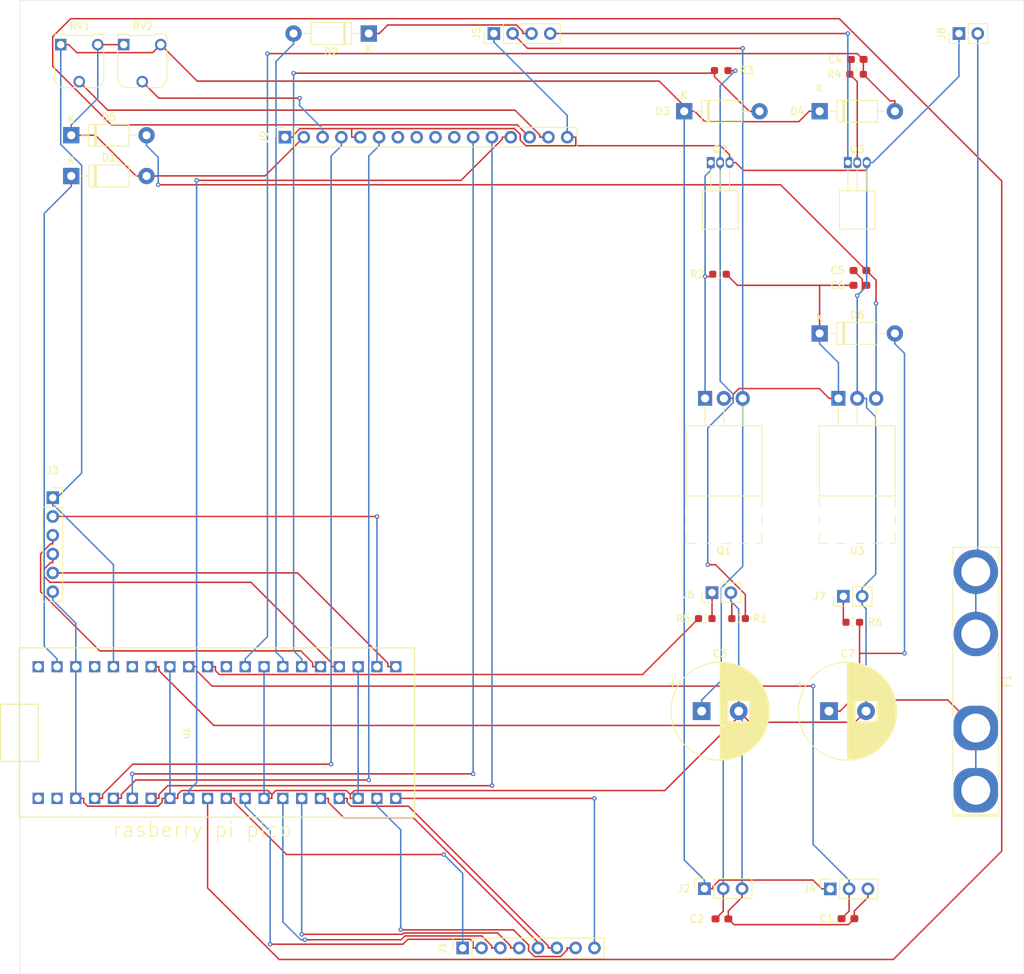
<source format=kicad_pcb>
(kicad_pcb (version 20240108) (generator "pcbnew") (generator_version "8.0")
  (layers (0 "F.Cu" signal) (31 "B.Cu" signal) (34 "B.Paste" user) (35 "F.Paste" user) (36 "B.SilkS" user "B.Silkscreen") (37 "F.SilkS" user "F.Silkscreen") (38 "B.Mask" user) (39 "F.Mask" user) (44 "Edge.Cuts" user))
  (net 0 "")
  (net 1 "/GP27")
  (net 2 "GND")
  (net 3 "/GP28")
  (net 4 "/MOTOR_12V")
  (net 5 "/PWM_OUT")
  (net 6 "Net-(Q3-B)")
  (net 7 "Net-(D5-A)")
  (net 8 "/L7805_V_IN")
  (net 9 "Net-(D6-A)")
  (net 10 "/LCD.VDD")
  (net 11 "/VSYS")
  (net 12 "/MOTOR_TACH")
  (net 13 "/TACHOMETER_IN")
  (net 14 "/MOTOR_EN")
  (net 15 "+3.3V")
  (net 16 "Net-(J8-Pin_2)")
  (net 17 "/KEYPAD_0")
  (net 18 "/KEYPAD_6")
  (net 19 "/KEYPAD_5")
  (net 20 "/KEYPAD_4")
  (net 21 "/KEYPAD_3")
  (net 22 "/KEYPAD_2")
  (net 23 "/KEYPAD_7")
  (net 24 "/KEYPAD_1")
  (net 25 "/SD.CLK")
  (net 26 "/SD.MISO")
  (net 27 "/SD.CS")
  (net 28 "/SD.MOSI")
  (net 29 "/MOTOR_PMW")
  (net 30 "Net-(J6-Pin_1)")
  (net 31 "Net-(J7-Pin_1)")
  (net 32 "Net-(Q1-G)")
  (net 33 "Net-(Q2-B)")
  (net 34 "/GP26")
  (net 35 "/LCD.A")
  (net 36 "/LCD.VO")
  (net 37 "/LCD.D5")
  (net 38 "/LCD.D4")
  (net 39 "/LCD.RS")
  (net 44 "/LCD.D7")
  (net 45 "/LCD.D6")
  (net 46 "/LCD.E")
  (footprint "Potentiometer_THT:Potentiometer_Runtron_RM-065_Vertical" (layer "F.Cu") (at 74.5 40)
    (property "Reference" "RV2")
    (property "Value" "10k")
  )
  (footprint "Connector_PinHeader_2.54mm:PinHeader_1x02_P2.54mm_Vertical" (layer "F.Cu") (at 153.9 114 90)
    (property "Reference" "J6")
    (property "Value" "LED1")
  )
  (footprint "Resistor_SMD:R_0603_1608Metric_Pad0.98x0.95mm_HandSolder" (layer "F.Cu") (at 152.9875 117.5)
    (property "Reference" "R5")
    (property "Value" "10k")
  )
  (footprint "Capacitor_SMD:C_0603_1608Metric_Pad1.08x0.95mm_HandSolder" (layer "F.Cu") (at 173.5 42)
    (property "Reference" "C4")
    (property "Value" "0.1uF")
  )
  (footprint "Diode_THT:D_DO-41_SOD81_P10.16mm_Horizontal" (layer "F.Cu") (at 67.42 57.74)
    (property "Reference" "D1")
    (property "Value" "1N4005")
  )
  (footprint "Connector_PinSocket_2.54mm:PinSocket_1x03_P2.54mm_Vertical" (layer "F.Cu") (at 169.86 154 90)
    (property "Reference" "J4")
    (property "Value" "POT_PIN27")
  )
  (footprint "Resistor_SMD:R_0603_1608Metric_Pad0.98x0.95mm_HandSolder" (layer "F.Cu") (at 172.9 118 180)
    (property "Reference" "R6")
    (property "Value" "68k")
  )
  (footprint "Connector_PinSocket_2.54mm:PinSocket_1x03_P2.54mm_Vertical" (layer "F.Cu") (at 152.875 153.975 90)
    (property "Reference" "J2")
    (property "Value" "POT_PIN28")
  )
  (footprint "Diode_THT:D_DO-41_SOD81_P10.16mm_Horizontal" (layer "F.Cu") (at 168.42 49)
    (property "Reference" "D4")
    (property "Value" "1N4005")
  )
  (footprint "Capacitor_THT:CP_Radial_D13.0mm_P5.00mm" (layer "F.Cu") (at 169.6848 130)
    (property "Reference" "C7")
    (property "Value" "100uF")
  )
  (footprint "Package_TO_SOT_THT:TO-220-3_Horizontal_TabUp" (layer "F.Cu") (at 152.96 87.77)
    (property "Reference" "Q1")
    (property "Value" "IRF9540N")
  )
  (footprint "Diode_THT:D_DO-41_SOD81_P10.16mm_Horizontal" (layer "F.Cu") (at 67.42 52.24)
    (property "Reference" "D5")
    (property "Value" "1N4005")
  )
  (footprint "Resistor_SMD:R_0603_1608Metric_Pad0.98x0.95mm_HandSolder" (layer "F.Cu") (at 157.4875 117.5 180)
    (property "Reference" "R1")
    (property "Value" "10k")
  )
  (footprint "Package_TO_SOT_THT:TO-92_Inline_Horizontal1" (layer "F.Cu") (at 172.23 55.93)
    (property "Reference" "Q3")
    (property "Value" "BC547")
  )
  (footprint "Connector_PinSocket_2.54mm:PinSocket_1x08_P2.54mm_Vertical" (layer "F.Cu") (at 120.25 161.975 90)
    (property "Reference" "J1")
    (property "Value" "KEYPAD")
  )
  (footprint "Diode_THT:D_DO-41_SOD81_P10.16mm_Horizontal" (layer "F.Cu") (at 150.15 49)
    (property "Reference" "D3")
    (property "Value" "1N4005")
  )
  (footprint "Resistor_SMD:R_0603_1608Metric_Pad0.98x0.95mm_HandSolder" (layer "F.Cu") (at 154.9125 71)
    (property "Reference" "R2")
    (property "Value" "10k")
  )
  (footprint "Resistor_SMD:R_0603_1608Metric_Pad0.98x0.95mm_HandSolder" (layer "F.Cu") (at 173.4125 44)
    (property "Reference" "R4")
    (property "Value" "6k")
  )
  (footprint "Capacitor_THT:CP_Radial_D13.0mm_P5.00mm" (layer "F.Cu") (at 152.5 130)
    (property "Reference" "C3")
    (property "Value" "50uF")
  )
  (footprint "Diode_THT:D_DO-41_SOD81_P10.16mm_Horizontal" (layer "F.Cu") (at 168.42 79)
    (property "Reference" "D6")
    (property "Value" "1N5819")
  )
  (footprint "Resistor_SMD:R_0603_1608Metric_Pad0.98x0.95mm_HandSolder" (layer "F.Cu") (at 155.1425 43.5 180)
    (property "Reference" "R3")
    (property "Value" "1k")
  )
  (footprint "Capacitor_SMD:C_0603_1608Metric_Pad1.08x0.95mm_HandSolder" (layer "F.Cu") (at 173.8625 70.5 180)
    (property "Reference" "C5")
    (property "Value" "0.1uF")
  )
  (footprint "Diode_THT:D_DO-41_SOD81_P10.16mm_Horizontal" (layer "F.Cu") (at 107.58 38.5 180)
    (property "Reference" "D2")
    (property "Value" "1N4005")
  )
  (footprint "Connector_PinSocket_2.54mm:PinSocket_1x16_P2.54mm_Vertical" (layer "F.Cu") (at 96.26 52.5 90)
    (property "Reference" "J9")
    (property "Value" "LCD")
  )
  (footprint "Potentiometer_THT:Potentiometer_Runtron_RM-065_Vertical" (layer "F.Cu") (at 66 40)
    (property "Reference" "RV1")
    (property "Value" "10k")
  )
  (footprint "Package_TO_SOT_THT:TO-220-3_Horizontal_TabUp" (layer "F.Cu") (at 170.96 87.77)
    (property "Reference" "U3")
    (property "Value" "L7805")
  )
  (footprint "Connector_PinHeader_2.54mm:PinHeader_1x02_P2.54mm_Vertical" (layer "F.Cu") (at 171.625 114.5 90)
    (property "Reference" "J7")
    (property "Value" "LED2")
  )
  (footprint "Connector_PinHeader_2.54mm:PinHeader_1x02_P2.54mm_Vertical" (layer "F.Cu") (at 187.225 38.5 90)
    (property "Reference" "J8")
    (property "Value" "12V_DC")
  )
  (footprint "Capacitor_SMD:C_0603_1608Metric_Pad1.08x0.95mm_HandSolder" (layer "F.Cu") (at 155.2375 158.055)
    (property "Reference" "C2")
    (property "Value" "0.1uF")
  )
  (footprint "Connector_PinHeader_2.54mm:PinHeader_1x04_P2.54mm_Vertical" (layer "F.Cu") (at 124.45 38.5 90)
    (property "Reference" "J5")
    (property "Value" "MOTOR")
  )
  (footprint "Package_TO_SOT_THT:TO-92_Inline_Horizontal1" (layer "F.Cu") (at 153.73 55.93)
    (property "Reference" "Q2")
    (property "Value" "2N2222A")
  )
  (footprint "Connector_PinSocket_2.54mm:PinSocket_1x06_P2.54mm_Vertical" (layer "F.Cu") (at 64.925 101.175)
    (property "Reference" "J3")
    (property "Value" "SDCARD")
  )
  (footprint "Capacitor_SMD:C_0603_1608Metric_Pad1.08x0.95mm_HandSolder" (layer "F.Cu") (at 173.8625 72.5 180)
    (property "Reference" "C6")
    (property "Value" "0.33uF")
  )
  (footprint "rpi_pico:RPI_PICO" (layer "F.Cu") (at 85.82 132.89 90)
    (property "Reference" "U1")
    (property "Value" "RASPBERRY_PI_PICO")
  )
  (footprint "Capacitor_SMD:C_0603_1608Metric_Pad1.08x0.95mm_HandSolder" (layer "F.Cu") (at 172.2475 158.025)
    (property "Reference" "C1")
    (property "Value" "0.1uF")
  )
  (footprint "Fuse:Fuseholder_Keystone_3555-2" (layer "F.Cu") (at 189.5 140.6825 90)
    (property "Reference" "F1")
    (property "Value" "Fuse")
  )
  (gr_rect (start 60.5 34) (end 196 165.5) (stroke (width 0.05)) (fill none) (layer "Edge.Cuts"))
  (segment (start 84.3357 124.5278) (end 86.4291 126.6212) (width 0.2) (layer "F.Cu") (net 1))
  (segment (start 172.4 157.01) (end 172.4 154) (width 0.2) (layer "F.Cu") (net 1))
  (segment (start 84.3357 124) (end 84.3357 124.5278) (width 0.2) (layer "F.Cu") (net 1))
  (segment (start 83.28 124) (end 84.3357 124) (width 0.2) (layer "F.Cu") (net 1))
  (segment (start 171.385 158.025) (end 172.4 157.01) (width 0.2) (layer "F.Cu") (net 1))
  (segment (start 86.4291 126.6212) (end 167.5424 126.6212) (width 0.2) (layer "F.Cu") (net 1))
  (via (at 167.5424 126.6212) (size 0.6) (drill 0.3) (layers "F.Cu" "B.Cu") (net 1))
  (segment (start 172.4 154) (end 172.4 152.8483) (width 0.2) (layer "B.Cu") (net 1))
  (segment (start 172.4 152.8483) (end 167.5424 147.9907) (width 0.2) (layer "B.Cu") (net 1))
  (segment (start 167.5424 147.9907) (end 167.5424 126.6212) (width 0.2) (layer "B.Cu") (net 1))
  (segment (start 79.1565 142.8357) (end 79.6843 142.3079) (width 0.2) (layer "F.Cu") (net 2))
  (segment (start 156.27 54.8783) (end 155.0434 53.6517) (width 0.2) (layer "F.Cu") (net 2))
  (segment (start 156.27 55.93) (end 157.0967 55.93) (width 0.2) (layer "F.Cu") (net 2))
  (segment (start 105.0843 141.2521) (end 104.5565 140.7243) (width 0.2) (layer "F.Cu") (net 2))
  (segment (start 96.26 52.5) (end 97.4117 52.5) (width 0.2) (layer "F.Cu") (net 2))
  (segment (start 156.1 156.9817) (end 156.1 158.055) (width 0.2) (layer "F.Cu") (net 2))
  (segment (start 82.3235 140.7243) (end 81.7957 141.2521) (width 0.2) (layer "F.Cu") (net 2))
  (segment (start 80.74 141.78) (end 79.6843 141.78) (width 0.2) (layer "F.Cu") (net 2))
  (segment (start 95.0235 140.7243) (end 94.4957 141.2521) (width 0.2) (layer "F.Cu") (net 2))
  (segment (start 157.955 155.1267) (end 156.1 156.9817) (width 0.2) (layer "F.Cu") (net 2))
  (segment (start 156.575 115.2867) (end 156.44 115.1517) (width 0.2) (layer "F.Cu") (net 2))
  (segment (start 156.575 117.5) (end 156.575 115.2867) (width 0.2) (layer "F.Cu") (net 2))
  (segment (start 68.04 141.78) (end 69.0957 141.78) (width 0.2) (layer "F.Cu") (net 2))
  (segment (start 94.4957 141.2521) (end 94.4957 141.78) (width 0.2) (layer "F.Cu") (net 2))
  (segment (start 97.4117 52.212) (end 97.4117 52.5) (width 0.2) (layer "F.Cu") (net 2))
  (segment (start 94.4957 141.2521) (end 93.9679 140.7243) (width 0.2) (layer "F.Cu") (net 2))
  (segment (start 173 70.5) (end 174.1817 71.6817) (width 0.2) (layer "F.Cu") (net 2))
  (segment (start 156.8758 158.8308) (end 156.1 158.055) (width 0.2) (layer "F.Cu") (net 2))
  (segment (start 173.1831 131.5017) (end 159.0017 131.5017) (width 0.2) (layer "F.Cu") (net 2))
  (segment (start 174.1817 72.5) (end 174.1817 73.2104) (width 0.2) (layer "F.Cu") (net 2))
  (segment (start 157.955 153.975) (end 157.955 155.1267) (width 0.2) (layer "F.Cu") (net 2))
  (segment (start 156.44 114) (end 156.44 115.1517) (width 0.2) (layer "F.Cu") (net 2))
  (segment (start 105.0843 141.78) (end 105.0843 141.2521) (width 0.2) (layer "F.Cu") (net 2))
  (segment (start 105.6121 140.7243) (end 105.0843 141.2521) (width 0.2) (layer "F.Cu") (net 2))
  (segment (start 106.14 141.78) (end 105.0843 141.78) (width 0.2) (layer "F.Cu") (net 2))
  (segment (start 147.5265 140.7243) (end 105.6121 140.7243) (width 0.2) (layer "F.Cu") (net 2))
  (segment (start 128.01 52.8941) (end 128.01 52.122) (width 0.2) (layer "F.Cu") (net 2))
  (segment (start 81.7957 141.2521) (end 81.7957 141.78) (width 0.2) (layer "F.Cu") (net 2))
  (segment (start 93.44 141.78) (end 94.4957 141.78) (width 0.2) (layer "F.Cu") (net 2))
  (segment (start 158.1484 56.9817) (end 157.0967 55.93) (width 0.2) (layer "F.Cu") (net 2))
  (segment (start 105.8442 52.5) (end 105.2683 52.5) (width 0.2) (layer "F.Cu") (net 2))
  (segment (start 69.0957 141.78) (end 69.0957 142.3079) (width 0.2) (layer "F.Cu") (net 2))
  (segment (start 174.94 154) (end 174.94 155.1517) (width 0.2) (layer "F.Cu") (net 2))
  (segment (start 172.3042 158.8308) (end 156.8758 158.8308) (width 0.2) (layer "F.Cu") (net 2))
  (segment (start 157.8754 130.3754) (end 157.5 130) (width 0.2) (layer "F.Cu") (net 2))
  (segment (start 128.7676 53.6517) (end 128.01 52.8941) (width 0.2) (layer "F.Cu") (net 2))
  (segment (start 174.77 56.9817) (end 158.1484 56.9817) (width 0.2) (layer "F.Cu") (net 2))
  (segment (start 173.11 156.9817) (end 173.11 158.025) (width 0.2) (layer "F.Cu") (net 2))
  (segment (start 93.9679 140.7243) (end 82.3235 140.7243) (width 0.2) (layer "F.Cu") (net 2))
  (segment (start 106.42 52.5) (end 106.1188 52.5) (width 0.2) (layer "F.Cu") (net 2))
  (segment (start 105.2683 52.5) (end 105.2683 51.3483) (width 0.2) (layer "F.Cu") (net 2))
  (segment (start 69.0957 142.3079) (end 69.6235 142.8357) (width 0.2) (layer "F.Cu") (net 2))
  (segment (start 174.94 155.1517) (end 173.11 156.9817) (width 0.2) (layer "F.Cu") (net 2))
  (segment (start 98.2754 51.3483) (end 97.4117 52.212) (width 0.2) (layer "F.Cu") (net 2))
  (segment (start 69.6235 142.8357) (end 79.1565 142.8357) (width 0.2) (layer "F.Cu") (net 2))
  (segment (start 80.74 141.78) (end 81.7957 141.78) (width 0.2) (layer "F.Cu") (net 2))
  (segment (start 134.36 52.5) (end 135.5117 52.5) (width 0.2) (layer "F.Cu") (net 2))
  (segment (start 135.5117 53.6517) (end 128.7676 53.6517) (width 0.2) (layer "F.Cu") (net 2))
  (segment (start 173.11 158.025) (end 172.3042 158.8308) (width 0.2) (layer "F.Cu") (net 2))
  (segment (start 156.27 55.93) (end 156.27 54.8783) (width 0.2) (layer "F.Cu") (net 2))
  (segment (start 174.1817 71.6817) (end 174.1817 72.5) (width 0.2) (layer "F.Cu") (net 2))
  (segment (start 174.725 72.5) (end 174.1817 72.5) (width 0.2) (layer "F.Cu") (net 2))
  (segment (start 105.8442 52.5) (end 106.1188 52.5) (width 0.2) (layer "F.Cu") (net 2))
  (segment (start 155.0434 53.6517) (end 135.5117 53.6517) (width 0.2) (layer "F.Cu") (net 2))
  (segment (start 79.6843 142.3079) (end 79.6843 141.78) (width 0.2) (layer "F.Cu") (net 2))
  (segment (start 159.0017 131.5017) (end 157.8754 130.3754) (width 0.2) (layer "F.Cu") (net 2))
  (segment (start 174.1817 73.2104) (end 173.5 73.8921) (width 0.2) (layer "F.Cu") (net 2))
  (segment (start 174.6848 130) (end 173.1831 131.5017) (width 0.2) (layer "F.Cu") (net 2))
  (segment (start 127.2363 51.3483) (end 105.2683 51.3483) (width 0.2) (layer "F.Cu") (net 2))
  (segment (start 128.01 52.122) (end 127.2363 51.3483) (width 0.2) (layer "F.Cu") (net 2))
  (segment (start 105.2683 51.3483) (end 98.2754 51.3483) (width 0.2) (layer "F.Cu") (net 2))
  (segment (start 135.5117 52.5) (end 135.5117 53.6517) (width 0.2) (layer "F.Cu") (net 2))
  (segment (start 157.8754 130.3754) (end 147.5265 140.7243) (width 0.2) (layer "F.Cu") (net 2))
  (segment (start 174.77 55.93) (end 174.77 56.9817) (width 0.2) (layer "F.Cu") (net 2))
  (segment (start 104.5565 140.7243) (end 95.0235 140.7243) (width 0.2) (layer "F.Cu") (net 2))
  (via (at 173.5 73.8921) (size 0.6) (drill 0.3) (layers "F.Cu" "B.Cu") (net 2))
  (segment (start 176 90.27) (end 174.7542 89.0242) (width 0.2) (layer "B.Cu") (net 2))
  (segment (start 187.225 44.3017) (end 175.5967 55.93) (width 0.2) (layer "B.Cu") (net 2))
  (segment (start 80.74 141.78) (end 80.74 124) (width 0.2) (layer "B.Cu") (net 2))
  (segment (start 124.45 39.6517) (end 134.36 49.5617) (width 0.2) (layer "B.Cu") (net 2))
  (segment (start 124.45 38.5) (end 124.45 39.6517) (width 0.2) (layer "B.Cu") (net 2))
  (segment (start 174.77 55.93) (end 174.77 72.6221) (width 0.2) (layer "B.Cu") (net 2))
  (segment (start 157.5 116.2117) (end 156.44 115.1517) (width 0.2) (layer "B.Cu") (net 2))
  (segment (start 187.225 38.5) (end 187.225 44.3017) (width 0.2) (layer "B.Cu") (net 2))
  (segment (start 134.36 49.5617) (end 134.36 52.5) (width 0.2) (layer "B.Cu") (net 2))
  (segment (start 106.14 141.78) (end 106.14 124) (width 0.2) (layer "B.Cu") (net 2))
  (segment (start 174.165 115.0758) (end 174.165 114.5) (width 0.2) (layer "B.Cu") (net 2))
  (segment (start 157.955 153.975) (end 157.955 130.455) (width 0.2) (layer "B.Cu") (net 2))
  (segment (start 157.5 130) (end 157.5 116.2117) (width 0.2) (layer "B.Cu") (net 2))
  (segment (start 68.04 141.78) (end 68.04 124) (width 0.2) (layer "B.Cu") (net 2))
  (segment (start 174.165 113.3483) (end 176 111.5133) (width 0.2) (layer "B.Cu") (net 2))
  (segment (start 174.7542 87.77) (end 173.5 87.77) (width 0.2) (layer "B.Cu") (net 2))
  (segment (start 173.5 87.77) (end 173.5 73.8921) (width 0.2) (layer "B.Cu") (net 2))
  (segment (start 64.925 113.875) (end 64.925 115.0267) (width 0.2) (layer "B.Cu") (net 2))
  (segment (start 174.6848 116.1715) (end 174.165 115.6517) (width 0.2) (layer "B.Cu") (net 2))
  (segment (start 174.165 114.5) (end 174.165 113.3483) (width 0.2) (layer "B.Cu") (net 2))
  (segment (start 157.955 130.455) (end 157.5 130) (width 0.2) (layer "B.Cu") (net 2))
  (segment (start 176 111.5133) (end 176 90.27) (width 0.2) (layer "B.Cu") (net 2))
  (segment (start 68.04 124) (end 68.04 118.1417) (width 0.2) (layer "B.Cu") (net 2))
  (segment (start 174.77 72.6221) (end 173.5 73.8921) (width 0.2) (layer "B.Cu") (net 2))
  (segment (start 93.44 141.78) (end 93.44 124) (width 0.2) (layer "B.Cu") (net 2))
  (segment (start 174.6848 130) (end 174.6848 116.1715) (width 0.2) (layer "B.Cu") (net 2))
  (segment (start 174.7542 89.0242) (end 174.7542 87.77) (width 0.2) (layer "B.Cu") (net 2))
  (segment (start 68.04 118.1417) (end 64.925 115.0267) (width 0.2) (layer "B.Cu") (net 2))
  (segment (start 156.44 114) (end 156.44 115.1517) (width 0.2) (layer "B.Cu") (net 2))
  (segment (start 174.77 55.93) (end 175.5967 55.93) (width 0.2) (layer "B.Cu") (net 2))
  (segment (start 174.165 115.0758) (end 174.165 115.6517) (width 0.2) (layer "B.Cu") (net 2))
  (segment (start 155.415 157.015) (end 154.375 158.055) (width 0.2) (layer "F.Cu") (net 3))
  (segment (start 79.2557 124.5279) (end 86.6652 131.9374) (width 0.2) (layer "F.Cu") (net 3))
  (segment (start 79.2557 124) (end 79.2557 124.5279) (width 0.2) (layer "F.Cu") (net 3))
  (segment (start 155.415 153.975) (end 155.415 157.015) (width 0.2) (layer "F.Cu") (net 3))
  (segment (start 86.6652 131.9374) (end 155.415 131.9374) (width 0.2) (layer "F.Cu") (net 3))
  (segment (start 78.2 124) (end 79.2557 124) (width 0.2) (layer "F.Cu") (net 3))
  (via (at 155.415 131.9374) (size 0.6) (drill 0.3) (layers "F.Cu" "B.Cu") (net 3))
  (segment (start 155.415 153.975) (end 155.415 131.9374) (width 0.2) (layer "B.Cu") (net 3))
  (segment (start 126.99 38.5) (end 128.9888 40.4988) (width 0.2) (layer "F.Cu") (net 4))
  (segment (start 128.9888 40.4988) (end 158.04 40.4988) (width 0.2) (layer "F.Cu") (net 4))
  (via (at 158.04 40.4988) (size 0.6) (drill 0.3) (layers "F.Cu" "B.Cu") (net 4))
  (segment (start 152.5 130) (end 152.5 128.4983) (width 0.2) (layer "B.Cu") (net 4))
  (segment (start 155.1492 113.3491) (end 155.1492 125.8491) (width 0.2) (layer "B.Cu") (net 4))
  (segment (start 155.1492 125.8491) (end 152.5 128.4983) (width 0.2) (layer "B.Cu") (net 4))
  (segment (start 158.04 110.4583) (end 155.1492 113.3491) (width 0.2) (layer "B.Cu") (net 4))
  (segment (start 158.04 40.4988) (end 158.04 87.77) (width 0.2) (layer "B.Cu") (net 4))
  (segment (start 158.04 87.77) (end 158.04 110.4583) (width 0.2) (layer "B.Cu") (net 4))
  (segment (start 174.3625 42) (end 174.325 42.0375) (width 0.2) (layer "F.Cu") (net 5))
  (segment (start 174.325 42.0375) (end 173.4996 41.2121) (width 0.2) (layer "F.Cu") (net 5))
  (segment (start 178.58 47.5983) (end 177.9233 47.5983) (width 0.2) (layer "F.Cu") (net 5))
  (segment (start 178.58 49) (end 178.58 47.5983) (width 0.2) (layer "F.Cu") (net 5))
  (segment (start 173.4996 41.2121) (end 93.9007 41.2121) (width 0.2) (layer "F.Cu") (net 5))
  (segment (start 177.9233 47.5983) (end 174.325 44) (width 0.2) (layer "F.Cu") (net 5))
  (segment (start 174.325 42.0375) (end 174.325 44) (width 0.2) (layer "F.Cu") (net 5))
  (via (at 93.9007 41.2121) (size 0.6) (drill 0.3) (layers "F.Cu" "B.Cu") (net 5))
  (segment (start 90.9 124) (end 90.9 122.9443) (width 0.2) (layer "B.Cu") (net 5))
  (segment (start 93.9007 119.9436) (end 93.9007 41.2121) (width 0.2) (layer "B.Cu") (net 5))
  (segment (start 90.9 122.9443) (end 93.9007 119.9436) (width 0.2) (layer "B.Cu") (net 5))
  (segment (start 172.6375 42) (end 172.5 42.1375) (width 0.2) (layer "F.Cu") (net 6))
  (segment (start 172.5 42.1375) (end 172.5 44) (width 0.2) (layer "F.Cu") (net 6))
  (segment (start 173.5 45) (end 172.5 44) (width 0.2) (layer "F.Cu") (net 6))
  (segment (start 173.5 55.93) (end 173.5 45) (width 0.2) (layer "F.Cu") (net 6))
  (segment (start 174.725 70.5) (end 163.152 58.927) (width 0.2) (layer "F.Cu") (net 7))
  (segment (start 176.0399 71.8149) (end 174.725 70.5) (width 0.2) (layer "F.Cu") (net 7))
  (segment (start 176.0399 74.9322) (end 176.0399 71.8149) (width 0.2) (layer "F.Cu") (net 7))
  (segment (start 176.04 74.9322) (end 176.0399 74.9322) (width 0.2) (layer "F.Cu") (net 7))
  (segment (start 163.152 58.927) (end 79.1617 58.927) (width 0.2) (layer "F.Cu") (net 7))
  (via (at 176.04 74.9322) (size 0.6) (drill 0.3) (layers "F.Cu" "B.Cu") (net 7))
  (via (at 79.1617 58.927) (size 0.6) (drill 0.3) (layers "F.Cu" "B.Cu") (net 7))
  (segment (start 77.58 53.6417) (end 79.1617 55.2234) (width 0.2) (layer "B.Cu") (net 7))
  (segment (start 79.1617 55.2234) (end 79.1617 58.927) (width 0.2) (layer "B.Cu") (net 7))
  (segment (start 176.04 87.77) (end 176.04 74.9322) (width 0.2) (layer "B.Cu") (net 7))
  (segment (start 77.58 52.24) (end 77.58 53.6417) (width 0.2) (layer "B.Cu") (net 7))
  (segment (start 155.5 87.77) (end 156.7542 87.77) (width 0.2) (layer "F.Cu") (net 8))
  (segment (start 173 72.5) (end 168.42 72.5) (width 0.2) (layer "F.Cu") (net 8))
  (segment (start 168.378 86.4422) (end 169.7058 87.77) (width 0.2) (layer "F.Cu") (net 8))
  (segment (start 170.96 87.77) (end 169.7058 87.77) (width 0.2) (layer "F.Cu") (net 8))
  (segment (start 168.42 79) (end 168.42 77.5983) (width 0.2) (layer "F.Cu") (net 8))
  (segment (start 156.7542 87.77) (end 156.7542 87.2213) (width 0.2) (layer "F.Cu") (net 8))
  (segment (start 156.7542 87.2213) (end 157.5333 86.4422) (width 0.2) (layer "F.Cu") (net 8))
  (segment (start 168.42 77.5983) (end 168.42 72.5) (width 0.2) (layer "F.Cu") (net 8))
  (segment (start 157.5333 86.4422) (end 168.378 86.4422) (width 0.2) (layer "F.Cu") (net 8))
  (segment (start 168.42 72.5) (end 157.325 72.5) (width 0.2) (layer "F.Cu") (net 8))
  (segment (start 157.325 72.5) (end 155.825 71) (width 0.2) (layer "F.Cu") (net 8))
  (segment (start 168.42 79) (end 168.42 80.4017) (width 0.2) (layer "B.Cu") (net 8))
  (segment (start 170.96 87.77) (end 170.96 82.9417) (width 0.2) (layer "B.Cu") (net 8))
  (segment (start 170.96 82.9417) (end 168.42 80.4017) (width 0.2) (layer "B.Cu") (net 8))
  (segment (start 169.6848 130) (end 171.1865 130) (width 0.2) (layer "F.Cu") (net 9))
  (segment (start 173.8125 128.4983) (end 173.8125 122.1986) (width 0.2) (layer "F.Cu") (net 9))
  (segment (start 173.8125 128.4983) (end 172.6882 128.4983) (width 0.2) (layer "F.Cu") (net 9))
  (segment (start 172.6882 128.4983) (end 171.1865 130) (width 0.2) (layer "F.Cu") (net 9))
  (segment (start 189.5 132.2825) (end 185.7158 128.4983) (width 0.2) (layer "F.Cu") (net 9))
  (segment (start 173.8125 122.1986) (end 179.875 122.1986) (width 0.2) (layer "F.Cu") (net 9))
  (segment (start 173.8125 122.1986) (end 173.8125 118) (width 0.2) (layer "F.Cu") (net 9))
  (segment (start 185.7158 128.4983) (end 173.8125 128.4983) (width 0.2) (layer "F.Cu") (net 9))
  (via (at 179.875 122.1986) (size 0.6) (drill 0.3) (layers "F.Cu" "B.Cu") (net 9))
  (segment (start 179.875 81.6967) (end 178.58 80.4017) (width 0.2) (layer "B.Cu") (net 9))
  (segment (start 178.58 79) (end 178.58 80.4017) (width 0.2) (layer "B.Cu") (net 9))
  (segment (start 179.875 122.1986) (end 179.875 81.6967) (width 0.2) (layer "B.Cu") (net 9))
  (segment (start 189.5 132.2825) (end 189.5 140.6825) (width 0.2) (layer "B.Cu") (net 9))
  (segment (start 98.8 52.5) (end 93.5764 57.7236) (width 0.2) (layer "F.Cu") (net 10))
  (segment (start 93.5764 57.7236) (end 78.9981 57.7236) (width 0.2) (layer "F.Cu") (net 10))
  (segment (start 76.1783 57.74) (end 70.6783 52.24) (width 0.2) (layer "F.Cu") (net 10))
  (segment (start 76.98 57.74) (end 77.58 57.74) (width 0.2) (layer "F.Cu") (net 10))
  (segment (start 76.98 57.74) (end 76.1783 57.74) (width 0.2) (layer "F.Cu") (net 10))
  (segment (start 77.58 57.74) (end 78.9817 57.74) (width 0.2) (layer "F.Cu") (net 10))
  (segment (start 70.6783 52.24) (end 67.42 52.24) (width 0.2) (layer "F.Cu") (net 10))
  (segment (start 71 40) (end 74.5 40) (width 0.2) (layer "F.Cu") (net 10))
  (segment (start 78.9981 57.7236) (end 78.9817 57.74) (width 0.2) (layer "F.Cu") (net 10))
  (segment (start 67.42 52.24) (end 67.42 50.8383) (width 0.2) (layer "B.Cu") (net 10))
  (segment (start 71 47.2583) (end 71 40) (width 0.2) (layer "B.Cu") (net 10))
  (segment (start 67.42 50.8383) (end 71 47.2583) (width 0.2) (layer "B.Cu") (net 10))
  (segment (start 65.5 122.9443) (end 63.7733 121.2176) (width 0.2) (layer "B.Cu") (net 11))
  (segment (start 67.42 57.74) (end 67.42 59.1417) (width 0.2) (layer "B.Cu") (net 11))
  (segment (start 63.7733 121.2176) (end 63.7733 62.7884) (width 0.2) (layer "B.Cu") (net 11))
  (segment (start 63.7733 62.7884) (end 67.42 59.1417) (width 0.2) (layer "B.Cu") (net 11))
  (segment (start 65.5 124) (end 65.5 122.9443) (width 0.2) (layer "B.Cu") (net 11))
  (segment (start 107.58 38.5) (end 108.9817 38.5) (width 0.2) (layer "F.Cu") (net 12))
  (segment (start 128.3783 38.5) (end 128.3783 38.212) (width 0.2) (layer "F.Cu") (net 12))
  (segment (start 128.3783 38.212) (end 127.5146 37.3483) (width 0.2) (layer "F.Cu") (net 12))
  (segment (start 129.53 38.5) (end 128.3783 38.5) (width 0.2) (layer "F.Cu") (net 12))
  (segment (start 127.5146 37.3483) (end 110.1334 37.3483) (width 0.2) (layer "F.Cu") (net 12))
  (segment (start 110.1334 37.3483) (end 108.9817 38.5) (width 0.2) (layer "F.Cu") (net 12))
  (segment (start 95.0514 42.2703) (end 95.0514 122.0157) (width 0.2) (layer "B.Cu") (net 13))
  (segment (start 97.42 38.5) (end 97.42 39.9017) (width 0.2) (layer "B.Cu") (net 13))
  (segment (start 97.42 39.9017) (end 95.0514 42.2703) (width 0.2) (layer "B.Cu") (net 13))
  (segment (start 95.98 124) (end 95.98 122.9443) (width 0.2) (layer "B.Cu") (net 13))
  (segment (start 95.0514 122.0157) (end 95.98 122.9443) (width 0.2) (layer "B.Cu") (net 13))
  (segment (start 153.877 43.853) (end 97.4274 43.853) (width 0.2) (layer "F.Cu") (net 14))
  (segment (start 154.23 44.3217) (end 158.9083 49) (width 0.2) (layer "F.Cu") (net 14))
  (segment (start 154.23 43.5) (end 153.877 43.853) (width 0.2) (layer "F.Cu") (net 14))
  (segment (start 160.31 49) (end 158.9083 49) (width 0.2) (layer "F.Cu") (net 14))
  (segment (start 154.23 43.5) (end 154.23 44.3217) (width 0.2) (layer "F.Cu") (net 14))
  (via (at 97.4274 43.853) (size 0.6) (drill 0.3) (layers "F.Cu" "B.Cu") (net 14))
  (segment (start 97.4274 121.8517) (end 97.4274 43.853) (width 0.2) (layer "B.Cu") (net 14))
  (segment (start 98.52 122.9443) (end 97.4274 121.8517) (width 0.2) (layer "B.Cu") (net 14))
  (segment (start 98.52 124) (end 98.52 122.9443) (width 0.2) (layer "B.Cu") (net 14))
  (segment (start 67.0817 40) (end 68.1634 41.0817) (width 0.2) (layer "F.Cu") (net 15))
  (segment (start 150.15 49) (end 150.8509 49) (width 0.2) (layer "F.Cu") (net 15))
  (segment (start 68.1634 41.0817) (end 78.4183 41.0817) (width 0.2) (layer "F.Cu") (net 15))
  (segment (start 154.9035 152.8103) (end 167.5186 152.8103) (width 0.2) (layer "F.Cu") (net 15))
  (segment (start 167.5186 152.8103) (end 168.7083 154) (width 0.2) (layer "F.Cu") (net 15))
  (segment (start 169.86 154) (end 168.7083 154) (width 0.2) (layer "F.Cu") (net 15))
  (segment (start 165.6166 50.4017) (end 167.0183 49) (width 0.2) (layer "F.Cu") (net 15))
  (segment (start 168.42 49) (end 167.0183 49) (width 0.2) (layer "F.Cu") (net 15))
  (segment (start 78.4183 41.0817) (end 79.5 40) (width 0.2) (layer "F.Cu") (net 15))
  (segment (start 152.875 153.975) (end 154.0267 153.975) (width 0.2) (layer "F.Cu") (net 15))
  (segment (start 150.8509 49) (end 151.5517 49) (width 0.2) (layer "F.Cu") (net 15))
  (segment (start 154.0267 153.6871) (end 154.9035 152.8103) (width 0.2) (layer "F.Cu") (net 15))
  (segment (start 154.0267 153.975) (end 154.0267 153.6871) (width 0.2) (layer "F.Cu") (net 15))
  (segment (start 84.4272 44.9272) (end 79.5 40) (width 0.2) (layer "F.Cu") (net 15))
  (segment (start 146.7781 44.9272) (end 84.4272 44.9272) (width 0.2) (layer "F.Cu") (net 15))
  (segment (start 152.9534 50.4017) (end 165.6166 50.4017) (width 0.2) (layer "F.Cu") (net 15))
  (segment (start 66 40) (end 67.0817 40) (width 0.2) (layer "F.Cu") (net 15))
  (segment (start 150.8509 49) (end 146.7781 44.9272) (width 0.2) (layer "F.Cu") (net 15))
  (segment (start 151.5517 49) (end 152.9534 50.4017) (width 0.2) (layer "F.Cu") (net 15))
  (segment (start 73.12 124) (end 73.12 110.2338) (width 0.2) (layer "B.Cu") (net 15))
  (segment (start 152.875 152.8233) (end 150.15 150.0983) (width 0.2) (layer "B.Cu") (net 15))
  (segment (start 152.875 153.975) (end 152.875 152.8233) (width 0.2) (layer "B.Cu") (net 15))
  (segment (start 65.2129 102.3267) (end 64.925 102.3267) (width 0.2) (layer "B.Cu") (net 15))
  (segment (start 73.12 110.2338) (end 65.2129 102.3267) (width 0.2) (layer "B.Cu") (net 15))
  (segment (start 68.8217 56.3052) (end 66 53.4835) (width 0.2) (layer "B.Cu") (net 15))
  (segment (start 64.925 101.175) (end 64.925 101.7508) (width 0.2) (layer "B.Cu") (net 15))
  (segment (start 68.8217 97.8541) (end 68.8217 56.3052) (width 0.2) (layer "B.Cu") (net 15))
  (segment (start 64.925 101.7508) (end 68.8217 97.8541) (width 0.2) (layer "B.Cu") (net 15))
  (segment (start 150.15 150.0983) (end 150.15 49) (width 0.2) (layer "B.Cu") (net 15))
  (segment (start 64.925 101.7508) (end 64.925 102.3267) (width 0.2) (layer "B.Cu") (net 15))
  (segment (start 66 53.4835) (end 66 40) (width 0.2) (layer "B.Cu") (net 15))
  (segment (start 189.5 111.1825) (end 189.5 119.5825) (width 0.2) (layer "B.Cu") (net 16))
  (segment (start 189.765 110.9175) (end 189.765 38.5) (width 0.2) (layer "B.Cu") (net 16))
  (segment (start 189.5 111.1825) (end 189.765 110.9175) (width 0.2) (layer "B.Cu") (net 16))
  (segment (start 88.36 141.78) (end 89.4157 141.78) (width 0.2) (layer "F.Cu") (net 17))
  (segment (start 96.4713 149.3635) (end 117.6989 149.3635) (width 0.2) (layer "F.Cu") (net 17))
  (segment (start 89.4157 142.3079) (end 96.4713 149.3635) (width 0.2) (layer "F.Cu") (net 17))
  (segment (start 89.4157 141.78) (end 89.4157 142.3079) (width 0.2) (layer "F.Cu") (net 17))
  (via (at 117.6989 149.3635) (size 0.6) (drill 0.3) (layers "F.Cu" "B.Cu") (net 17))
  (segment (start 120.25 151.9146) (end 120.25 161.975) (width 0.2) (layer "B.Cu") (net 17))
  (segment (start 117.6989 149.3635) (end 120.25 151.9146) (width 0.2) (layer "B.Cu") (net 17))
  (segment (start 135.49 161.975) (end 134.3383 161.975) (width 0.2) (layer "F.Cu") (net 18))
  (segment (start 111.9072 159.5345) (end 111.8829 159.5102) (width 0.2) (layer "F.Cu") (net 18))
  (segment (start 129.9236 163.1336) (end 129.14 162.35) (width 0.2) (layer "F.Cu") (net 18))
  (segment (start 127.1004 159.5346) (end 111.9072 159.5346) (width 0.2) (layer "F.Cu") (net 18))
  (segment (start 134.3383 162.2629) (end 133.4676 163.1336) (width 0.2) (layer "F.Cu") (net 18))
  (segment (start 134.3383 161.975) (end 134.3383 162.2629) (width 0.2) (layer "F.Cu") (net 18))
  (segment (start 111.9072 159.5346) (end 111.9072 159.5345) (width 0.2) (layer "F.Cu") (net 18))
  (segment (start 129.14 161.5742) (end 127.1004 159.5346) (width 0.2) (layer "F.Cu") (net 18))
  (segment (start 129.14 162.35) (end 129.14 161.5742) (width 0.2) (layer "F.Cu") (net 18))
  (segment (start 133.4676 163.1336) (end 129.9236 163.1336) (width 0.2) (layer "F.Cu") (net 18))
  (via (at 111.8829 159.5102) (size 0.6) (drill 0.3) (layers "F.Cu" "B.Cu") (net 18))
  (segment (start 111.8829 146.0386) (end 111.8829 159.5102) (width 0.2) (layer "B.Cu") (net 18))
  (segment (start 108.68 142.8357) (end 111.8829 146.0386) (width 0.2) (layer "B.Cu") (net 18))
  (segment (start 108.68 141.78) (end 108.68 142.8357) (width 0.2) (layer "B.Cu") (net 18))
  (segment (start 131.7983 161.7044) (end 112.9311 142.8372) (width 0.2) (layer "F.Cu") (net 19))
  (segment (start 104.6557 142.3079) (end 104.6557 141.78) (width 0.2) (layer "F.Cu") (net 19))
  (segment (start 112.9311 142.8372) (end 105.185 142.8372) (width 0.2) (layer "F.Cu") (net 19))
  (segment (start 105.185 142.8372) (end 104.6557 142.3079) (width 0.2) (layer "F.Cu") (net 19))
  (segment (start 103.6 141.78) (end 104.6557 141.78) (width 0.2) (layer "F.Cu") (net 19))
  (segment (start 131.7983 161.975) (end 131.7983 161.7044) (width 0.2) (layer "F.Cu") (net 19))
  (segment (start 132.95 161.975) (end 131.7983 161.975) (width 0.2) (layer "F.Cu") (net 19))
  (segment (start 102.1157 142.3079) (end 102.1157 141.78) (width 0.2) (layer "F.Cu") (net 20))
  (segment (start 113.556 144.3665) (end 104.1743 144.3665) (width 0.2) (layer "F.Cu") (net 20))
  (segment (start 101.06 141.78) (end 102.1157 141.78) (width 0.2) (layer "F.Cu") (net 20))
  (segment (start 104.1743 144.3665) (end 102.1157 142.3079) (width 0.2) (layer "F.Cu") (net 20))
  (segment (start 130.41 161.975) (end 130.41 161.2205) (width 0.2) (layer "F.Cu") (net 20))
  (segment (start 130.41 161.2205) (end 113.556 144.3665) (width 0.2) (layer "F.Cu") (net 20))
  (segment (start 124.9691 159.9573) (end 112.2869 159.9573) (width 0.2) (layer "F.Cu") (net 21))
  (segment (start 126.7183 161.7065) (end 124.9691 159.9573) (width 0.2) (layer "F.Cu") (net 21))
  (segment (start 127.87 161.975) (end 126.7183 161.975) (width 0.2) (layer "F.Cu") (net 21))
  (segment (start 112.1079 160.1363) (end 98.52 160.1363) (width 0.2) (layer "F.Cu") (net 21))
  (segment (start 126.7183 161.975) (end 126.7183 161.7065) (width 0.2) (layer "F.Cu") (net 21))
  (segment (start 112.2869 159.9573) (end 112.1079 160.1363) (width 0.2) (layer "F.Cu") (net 21))
  (via (at 98.52 160.1363) (size 0.6) (drill 0.3) (layers "F.Cu" "B.Cu") (net 21))
  (segment (start 98.52 141.78) (end 98.52 160.1363) (width 0.2) (layer "B.Cu") (net 21))
  (segment (start 122.8308 160.359) (end 112.4532 160.359) (width 0.2) (layer "F.Cu") (net 22))
  (segment (start 124.1783 161.7065) (end 122.8308 160.359) (width 0.2) (layer "F.Cu") (net 22))
  (segment (start 125.33 161.975) (end 124.1783 161.975) (width 0.2) (layer "F.Cu") (net 22))
  (segment (start 124.1783 161.975) (end 124.1783 161.7065) (width 0.2) (layer "F.Cu") (net 22))
  (segment (start 111.9418 160.8704) (end 98.9507 160.8704) (width 0.2) (layer "F.Cu") (net 22))
  (segment (start 112.4532 160.359) (end 111.9418 160.8704) (width 0.2) (layer "F.Cu") (net 22))
  (via (at 98.9507 160.8704) (size 0.6) (drill 0.3) (layers "F.Cu" "B.Cu") (net 22))
  (segment (start 95.98 158.465) (end 98.3854 160.8704) (width 0.2) (layer "B.Cu") (net 22))
  (segment (start 98.3854 160.8704) (end 98.9507 160.8704) (width 0.2) (layer "B.Cu") (net 22))
  (segment (start 95.98 141.78) (end 95.98 158.465) (width 0.2) (layer "B.Cu") (net 22))
  (segment (start 111.22 141.78) (end 138.03 141.78) (width 0.2) (layer "F.Cu") (net 23))
  (via (at 138.03 141.78) (size 0.6) (drill 0.3) (layers "F.Cu" "B.Cu") (net 23))
  (segment (start 138.03 161.975) (end 138.03 141.78) (width 0.2) (layer "B.Cu") (net 23))
  (segment (start 112.8524 160.8106) (end 112.1909 161.4721) (width 0.2) (layer "F.Cu") (net 24))
  (segment (start 121.6383 161.975) (end 121.6383 161.1832) (width 0.2) (layer "F.Cu") (net 24))
  (segment (start 121.2657 160.8106) (end 112.8524 160.8106) (width 0.2) (layer "F.Cu") (net 24))
  (segment (start 122.79 161.975) (end 121.6383 161.975) (width 0.2) (layer "F.Cu") (net 24))
  (segment (start 112.1909 161.4721) (end 94.265 161.4721) (width 0.2) (layer "F.Cu") (net 24))
  (segment (start 121.6383 161.1832) (end 121.2657 160.8106) (width 0.2) (layer "F.Cu") (net 24))
  (via (at 94.265 161.4721) (size 0.6) (drill 0.3) (layers "F.Cu" "B.Cu") (net 24))
  (segment (start 90.9 141.78) (end 90.9 142.8357) (width 0.2) (layer "B.Cu") (net 24))
  (segment (start 94.265 146.2007) (end 94.265 161.4721) (width 0.2) (layer "B.Cu") (net 24))
  (segment (start 90.9 142.8357) (end 94.265 146.2007) (width 0.2) (layer "B.Cu") (net 24))
  (segment (start 103.6 124) (end 102.5443 124) (width 0.2) (layer "F.Cu") (net 25))
  (segment (start 64.925 108.795) (end 64.925 109.9467) (width 0.2) (layer "F.Cu") (net 25))
  (segment (start 63.7234 110.8604) (end 64.6371 109.9467) (width 0.2) (layer "F.Cu") (net 25))
  (segment (start 102.5443 124) (end 102.5443 123.4722) (width 0.2) (layer "F.Cu") (net 25))
  (segment (start 64.6371 109.9467) (end 64.925 109.9467) (width 0.2) (layer "F.Cu") (net 25))
  (segment (start 64.5518 112.605) (end 63.7234 111.7766) (width 0.2) (layer "F.Cu") (net 25))
  (segment (start 102.5443 123.4722) (end 91.6771 112.605) (width 0.2) (layer "F.Cu") (net 25))
  (segment (start 63.7234 111.7766) (end 63.7234 110.8604) (width 0.2) (layer "F.Cu") (net 25))
  (segment (start 91.6771 112.605) (end 64.5518 112.605) (width 0.2) (layer "F.Cu") (net 25))
  (segment (start 110.1643 123.5416) (end 110.1643 124) (width 0.2) (layer "F.Cu") (net 26))
  (segment (start 111.22 124) (end 110.1643 124) (width 0.2) (layer "F.Cu") (net 26))
  (segment (start 64.925 111.335) (end 97.9577 111.335) (width 0.2) (layer "F.Cu") (net 26))
  (segment (start 97.9577 111.335) (end 110.1643 123.5416) (width 0.2) (layer "F.Cu") (net 26))
  (segment (start 64.925 103.715) (end 108.68 103.715) (width 0.2) (layer "F.Cu") (net 27))
  (via (at 108.68 103.715) (size 0.6) (drill 0.3) (layers "F.Cu" "B.Cu") (net 27))
  (segment (start 108.68 124) (end 108.68 103.715) (width 0.2) (layer "B.Cu") (net 27))
  (segment (start 63.2848 108.759) (end 63.2848 113.8898) (width 0.2) (layer "F.Cu") (net 28))
  (segment (start 63.2848 113.8898) (end 71.2603 121.8653) (width 0.2) (layer "F.Cu") (net 28))
  (segment (start 71.2603 121.8653) (end 98.3974 121.8653) (width 0.2) (layer "F.Cu") (net 28))
  (segment (start 64.925 107.4067) (end 64.6371 107.4067) (width 0.2) (layer "F.Cu") (net 28))
  (segment (start 101.06 124) (end 100.0043 124) (width 0.2) (layer "F.Cu") (net 28))
  (segment (start 64.925 106.255) (end 64.925 107.4067) (width 0.2) (layer "F.Cu") (net 28))
  (segment (start 64.6371 107.4067) (end 63.2848 108.759) (width 0.2) (layer "F.Cu") (net 28))
  (segment (start 100.0043 123.4722) (end 100.0043 124) (width 0.2) (layer "F.Cu") (net 28))
  (segment (start 98.3974 121.8653) (end 100.0043 123.4722) (width 0.2) (layer "F.Cu") (net 28))
  (segment (start 132.07 38.5) (end 172.23 38.5) (width 0.2) (layer "F.Cu") (net 29))
  (via (at 172.23 38.5) (size 0.6) (drill 0.3) (layers "F.Cu" "B.Cu") (net 29))
  (segment (start 172.23 55.93) (end 172.23 38.5) (width 0.2) (layer "B.Cu") (net 29))
  (segment (start 153.9 117.5) (end 153.9 114) (width 0.2) (layer "F.Cu") (net 30))
  (segment (start 171.9875 118) (end 171.625 117.6375) (width 0.2) (layer "F.Cu") (net 31))
  (segment (start 171.625 117.6375) (end 171.625 114.5) (width 0.2) (layer "F.Cu") (net 31))
  (segment (start 153.6858 71.3142) (end 154 71) (width 0.2) (layer "F.Cu") (net 32))
  (segment (start 152.96 71.3142) (end 153.6858 71.3142) (width 0.2) (layer "F.Cu") (net 32))
  (via (at 152.96 71.3142) (size 0.6) (drill 0.3) (layers "F.Cu" "B.Cu") (net 32))
  (segment (start 152.96 71.3142) (end 152.96 87.77) (width 0.2) (layer "B.Cu") (net 32))
  (segment (start 153.73 56.9817) (end 152.96 57.7517) (width 0.2) (layer "B.Cu") (net 32))
  (segment (start 153.73 55.93) (end 153.73 56.9817) (width 0.2) (layer "B.Cu") (net 32))
  (segment (start 152.96 57.7517) (end 152.96 71.3142) (width 0.2) (layer "B.Cu") (net 32))
  (segment (start 158.4 117.5) (end 158.4 114.2542) (width 0.2) (layer "F.Cu") (net 33))
  (segment (start 156.0716 43.5166) (end 156.055 43.5) (width 0.2) (layer "F.Cu") (net 33))
  (segment (start 157.0459 43.5166) (end 156.0716 43.5166) (width 0.2) (layer "F.Cu") (net 33))
  (segment (start 158.4 114.2542) (end 154.3716 110.2258) (width 0.2) (layer "F.Cu") (net 33))
  (segment (start 154.3716 110.2258) (end 153.325 110.2258) (width 0.2) (layer "F.Cu") (net 33))
  (via (at 157.0459 43.5166) (size 0.6) (drill 0.3) (layers "F.Cu" "B.Cu") (net 33))
  (via (at 153.325 110.2258) (size 0.6) (drill 0.3) (layers "F.Cu" "B.Cu") (net 33))
  (segment (start 155 85.4488) (end 155 55.93) (width 0.2) (layer "B.Cu") (net 33))
  (segment (start 156.7542 88.337) (end 156.7542 87.203) (width 0.2) (layer "B.Cu") (net 33))
  (segment (start 153.325 91.7662) (end 156.7542 88.337) (width 0.2) (layer "B.Cu") (net 33))
  (segment (start 157.0459 43.5166) (end 155 45.5625) (width 0.2) (layer "B.Cu") (net 33))
  (segment (start 156.7542 87.203) (end 155 85.4488) (width 0.2) (layer "B.Cu") (net 33))
  (segment (start 153.325 110.2258) (end 153.325 91.7662) (width 0.2) (layer "B.Cu") (net 33))
  (segment (start 155 45.5625) (end 155 55.93) (width 0.2) (layer "B.Cu") (net 33))
  (segment (start 86.8757 124.5279) (end 86.8757 124) (width 0.2) (layer "F.Cu") (net 34))
  (segment (start 144.5193 125.0557) (end 87.4035 125.0557) (width 0.2) (layer "F.Cu") (net 34))
  (segment (start 152.075 117.5) (end 144.5193 125.0557) (width 0.2) (layer "F.Cu") (net 34))
  (segment (start 87.4035 125.0557) (end 86.8757 124.5279) (width 0.2) (layer "F.Cu") (net 34))
  (segment (start 85.82 124) (end 86.8757 124) (width 0.2) (layer "F.Cu") (net 34))
  (segment (start 72.3498 48.8498) (end 127.306 48.8498) (width 0.2) (layer "F.Cu") (net 35))
  (segment (start 127.306 48.8498) (end 130.6683 52.2121) (width 0.2) (layer "F.Cu") (net 35))
  (segment (start 68.5 45) (end 72.3498 48.8498) (width 0.2) (layer "F.Cu") (net 35))
  (segment (start 131.82 52.5) (end 130.6683 52.5) (width 0.2) (layer "F.Cu") (net 35))
  (segment (start 130.6683 52.2121) (end 130.6683 52.5) (width 0.2) (layer "F.Cu") (net 35))
  (segment (start 79.2278 47.2278) (end 77 45) (width 0.2) (layer "F.Cu") (net 36))
  (segment (start 98.2351 47.2278) (end 79.2278 47.2278) (width 0.2) (layer "F.Cu") (net 36))
  (via (at 98.2351 47.2278) (size 0.6) (drill 0.3) (layers "F.Cu" "B.Cu") (net 36))
  (segment (start 101.34 51.3483) (end 98.2351 48.2434) (width 0.2) (layer "B.Cu") (net 36))
  (segment (start 98.2351 48.2434) (end 98.2351 47.2278) (width 0.2) (layer "B.Cu") (net 36))
  (segment (start 101.34 52.5) (end 101.34 51.3483) (width 0.2) (layer "B.Cu") (net 36))
  (segment (start 78.2 141.78) (end 79.2557 141.78) (width 0.2) (layer "F.Cu") (net 37))
  (segment (start 80.4416 140.0662) (end 124.2 140.0662) (width 0.2) (layer "F.Cu") (net 37))
  (segment (start 79.2557 141.78) (end 79.2557 141.2521) (width 0.2) (layer "F.Cu") (net 37))
  (segment (start 79.2557 141.2521) (end 80.4416 140.0662) (width 0.2) (layer "F.Cu") (net 37))
  (via (at 124.2 140.0662) (size 0.6) (drill 0.3) (layers "F.Cu" "B.Cu") (net 37))
  (segment (start 124.2 52.5) (end 124.2 140.0662) (width 0.2) (layer "B.Cu") (net 37))
  (segment (start 121.66 138.4738) (end 75.66 138.4738) (width 0.2) (layer "F.Cu") (net 38))
  (via (at 75.66 138.4738) (size 0.6) (drill 0.3) (layers "F.Cu" "B.Cu") (net 38))
  (via (at 121.66 138.4738) (size 0.6) (drill 0.3) (layers "F.Cu" "B.Cu") (net 38))
  (segment (start 75.66 141.78) (end 75.66 138.4738) (width 0.2) (layer "B.Cu") (net 38))
  (segment (start 121.66 52.5) (end 121.66 138.4738) (width 0.2) (layer "B.Cu") (net 38))
  (segment (start 71.6357 141.2521) (end 75.7232 137.1646) (width 0.2) (layer "F.Cu") (net 39))
  (segment (start 70.58 141.78) (end 71.6357 141.78) (width 0.2) (layer "F.Cu") (net 39))
  (segment (start 75.7232 137.1646) (end 102.4902 137.1646) (width 0.2) (layer "F.Cu") (net 39))
  (segment (start 71.6357 141.78) (end 71.6357 141.2521) (width 0.2) (layer "F.Cu") (net 39))
  (via (at 102.4902 137.1646) (size 0.6) (drill 0.3) (layers "F.Cu" "B.Cu") (net 39))
  (segment (start 103.88 53.6517) (end 102.4902 55.0415) (width 0.2) (layer "B.Cu") (net 39))
  (segment (start 103.88 52.5) (end 103.88 53.6517) (width 0.2) (layer "B.Cu") (net 39))
  (segment (start 102.4902 55.0415) (end 102.4902 137.1646) (width 0.2) (layer "B.Cu") (net 39))
  (segment (start 72.812649 50.84) (end 127.62 50.84) (width 0.2) (layer "F.Cu") (net 44))
  (segment (start 64.92 42.947351) (end 72.812649 50.84) (width 0.2) (layer "F.Cu") (net 44))
  (segment (start 85.82 153.875629) (end 95.477971 163.5336) (width 0.2) (layer "F.Cu") (net 44))
  (segment (start 171.078529 36.5) (end 67.34 36.5) (width 0.2) (layer "F.Cu") (net 44))
  (segment (start 178.3664 163.5336) (end 193 148.9) (width 0.2) (layer "F.Cu") (net 44))
  (segment (start 67.34 36.5) (end 64.92 38.92) (width 0.2) (layer "F.Cu") (net 44))
  (segment (start 95.477971 163.5336) (end 178.3664 163.5336) (width 0.2) (layer "F.Cu") (net 44))
  (segment (start 127.62 50.84) (end 129.28 52.5) (width 0.2) (layer "F.Cu") (net 44))
  (segment (start 193 58.421471) (end 171.078529 36.5) (width 0.2) (layer "F.Cu") (net 44))
  (segment (start 64.92 38.92) (end 64.92 42.947351) (width 0.2) (layer "F.Cu") (net 44))
  (segment (start 85.82 141.78) (end 85.82 153.875629) (width 0.2) (layer "F.Cu") (net 44))
  (segment (start 193 148.9) (end 193 58.421471) (width 0.2) (layer "F.Cu") (net 44))
  (segment (start 126.74 52.5) (end 125.5883 52.5) (width 0.2) (layer "F.Cu") (net 45))
  (segment (start 120.0315 58.3253) (end 84.337 58.3253) (width 0.2) (layer "F.Cu") (net 45))
  (segment (start 125.5883 52.5) (end 125.5883 52.7685) (width 0.2) (layer "F.Cu") (net 45))
  (segment (start 125.5883 52.7685) (end 120.0315 58.3253) (width 0.2) (layer "F.Cu") (net 45))
  (via (at 84.337 58.3253) (size 0.6) (drill 0.3) (layers "F.Cu" "B.Cu") (net 45))
  (segment (start 84.337 139.6673) (end 84.337 58.3253) (width 0.2) (layer "B.Cu") (net 45))
  (segment (start 83.28 140.7243) (end 84.337 139.6673) (width 0.2) (layer "B.Cu") (net 45))
  (segment (start 83.28 141.78) (end 83.28 140.7243) (width 0.2) (layer "B.Cu") (net 45))
  (segment (start 76.1277 139.3001) (end 107.5702 139.3001) (width 0.2) (layer "F.Cu") (net 46))
  (segment (start 74.1757 141.2521) (end 76.1277 139.3001) (width 0.2) (layer "F.Cu") (net 46))
  (segment (start 73.12 141.78) (end 74.1757 141.78) (width 0.2) (layer "F.Cu") (net 46))
  (segment (start 74.1757 141.78) (end 74.1757 141.2521) (width 0.2) (layer "F.Cu") (net 46))
  (via (at 107.5702 139.3001) (size 0.6) (drill 0.3) (layers "F.Cu" "B.Cu") (net 46))
  (segment (start 107.5702 55.0415) (end 107.5702 139.3001) (width 0.2) (layer "B.Cu") (net 46))
  (segment (start 108.96 52.5) (end 108.96 53.6517) (width 0.2) (layer "B.Cu") (net 46))
  (segment (start 108.96 53.6517) (end 107.5702 55.0415) (width 0.2) (layer "B.Cu") (net 46))
)
</source>
